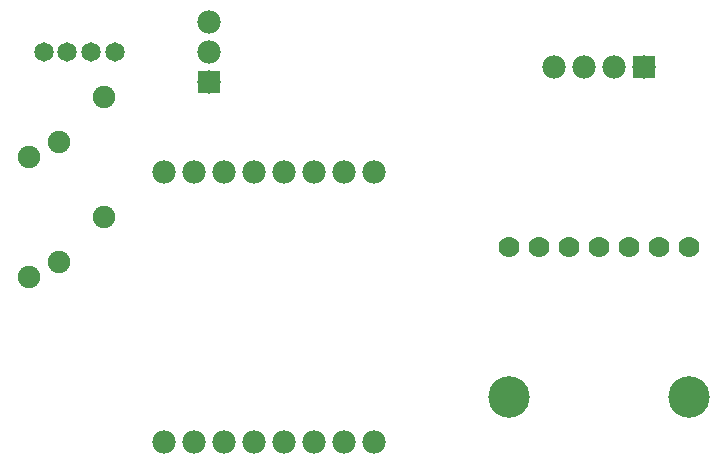
<source format=gtl>
G04 MADE WITH FRITZING*
G04 WWW.FRITZING.ORG*
G04 DOUBLE SIDED*
G04 HOLES PLATED*
G04 CONTOUR ON CENTER OF CONTOUR VECTOR*
%ASAXBY*%
%FSLAX23Y23*%
%MOIN*%
%OFA0B0*%
%SFA1.0B1.0*%
%ADD10C,0.077778*%
%ADD11C,0.138425*%
%ADD12C,0.070000*%
%ADD13C,0.078000*%
%ADD14C,0.065000*%
%ADD15C,0.075000*%
%ADD16R,0.078000X0.078000*%
%LNCOPPER1*%
G90*
G70*
G54D10*
X1255Y1061D03*
X1155Y1061D03*
X1055Y1061D03*
X955Y1061D03*
X855Y1061D03*
X755Y1061D03*
X655Y1061D03*
X555Y1061D03*
X555Y161D03*
X655Y161D03*
X755Y161D03*
X855Y161D03*
X955Y161D03*
X1055Y161D03*
X1155Y161D03*
X1255Y161D03*
G54D11*
X2305Y311D03*
G54D12*
X2305Y811D03*
X2205Y811D03*
X2105Y811D03*
X2005Y811D03*
X1905Y811D03*
X1805Y811D03*
X1705Y811D03*
G54D11*
X1705Y311D03*
G54D13*
X2155Y1411D03*
X2055Y1411D03*
X1955Y1411D03*
X1855Y1411D03*
G54D14*
X155Y1461D03*
X234Y1461D03*
X313Y1461D03*
X392Y1461D03*
G54D15*
X355Y911D03*
X355Y1311D03*
X205Y761D03*
X205Y1161D03*
X105Y1111D03*
X105Y711D03*
G54D13*
X705Y1561D03*
X705Y1461D03*
X705Y1361D03*
G54D16*
X2155Y1411D03*
X705Y1361D03*
G04 End of Copper1*
M02*
</source>
